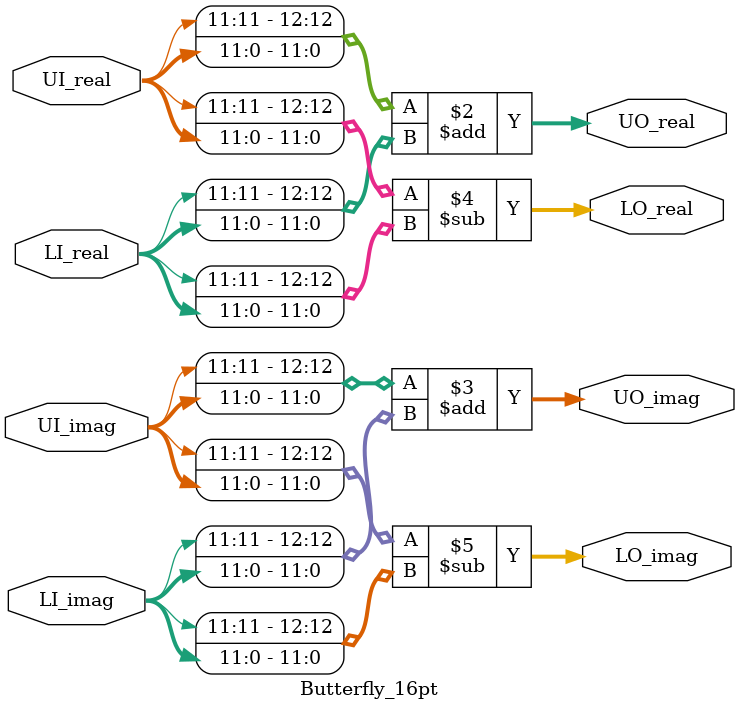
<source format=v>
`timescale 1ns / 1ps
module Butterfly_16pt(UI_real, UI_imag, LI_real, LI_imag, UO_real, UO_imag, LO_real, LO_imag);

input [11:0] UI_real, UI_imag, LI_real, LI_imag;          // input  S2.9     12bits

output [12:0] UO_real, UO_imag, LO_real, LO_imag;       // output  S3.9     13bits

// input
wire signed [11:0] UI_real, UI_imag, LI_real, LI_imag;

// output
reg signed [12:0] UO_real, UO_imag, LO_real, LO_imag;

always@ (UI_real or UI_imag or LI_real or LI_imag)
begin
    UO_real = {UI_real[11], UI_real} + {LI_real[11], LI_real};          // signed extention
    UO_imag = {UI_imag[11], UI_imag} + {LI_imag[11], LI_imag};
    LO_real = {UI_real[11], UI_real} - {LI_real[11], LI_real};
    LO_imag = {UI_imag[11], UI_imag} - {LI_imag[11], LI_imag};
end

endmodule

</source>
